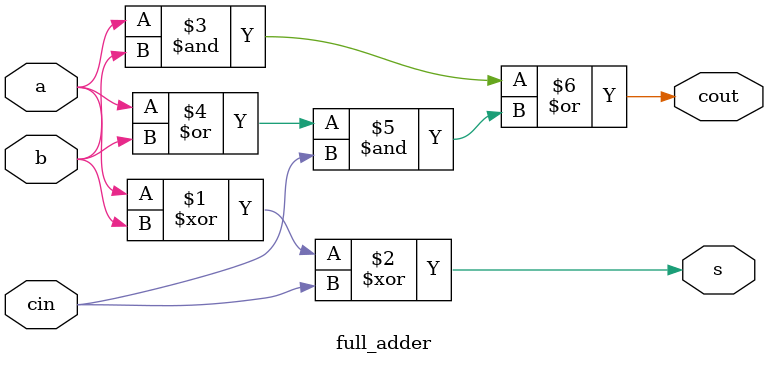
<source format=sv>

module full_adder(input logic a, b, cin, 
						output logic s, cout);
	assign s = a ^ b ^ cin;
	assign cout = (a & b) | (a | b) & cin;
	
endmodule
</source>
